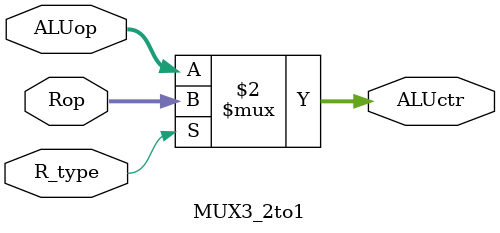
<source format=v>
`timescale 1ns / 1ps


module MUX3_2to1(
input [2:0] Rop,
input [2:0] ALUop,
input R_type,
output [2:0] ALUctr
    );
    assign ALUctr=(R_type==1)?Rop:ALUop;
endmodule

</source>
